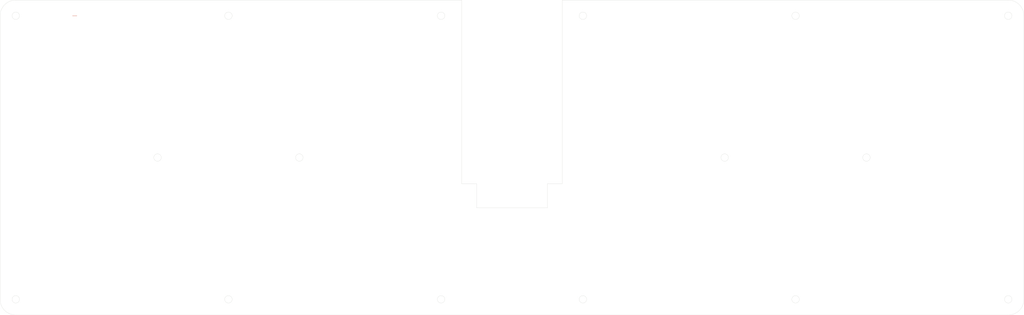
<source format=kicad_pcb>
(kicad_pcb (version 20171130) (host pcbnew "(5.1.6)-1")

  (general
    (thickness 1.6)
    (drawings 36)
    (tracks 0)
    (zones 0)
    (modules 0)
    (nets 1)
  )

  (page A3)
  (layers
    (0 F.Cu signal)
    (31 B.Cu signal)
    (32 B.Adhes user)
    (33 F.Adhes user)
    (34 B.Paste user)
    (35 F.Paste user)
    (36 B.SilkS user)
    (37 F.SilkS user)
    (38 B.Mask user)
    (39 F.Mask user)
    (40 Dwgs.User user)
    (41 Cmts.User user)
    (42 Eco1.User user)
    (43 Eco2.User user hide)
    (44 Edge.Cuts user)
    (45 Margin user)
    (46 B.CrtYd user)
    (47 F.CrtYd user)
    (48 B.Fab user)
    (49 F.Fab user)
  )

  (setup
    (last_trace_width 0.25)
    (trace_clearance 0.2)
    (zone_clearance 0.508)
    (zone_45_only no)
    (trace_min 0.2)
    (via_size 0.8)
    (via_drill 0.4)
    (via_min_size 0.4)
    (via_min_drill 0.3)
    (uvia_size 0.3)
    (uvia_drill 0.1)
    (uvias_allowed no)
    (uvia_min_size 0.2)
    (uvia_min_drill 0.1)
    (edge_width 0.05)
    (segment_width 0.2)
    (pcb_text_width 0.3)
    (pcb_text_size 1.5 1.5)
    (mod_edge_width 0.12)
    (mod_text_size 1 1)
    (mod_text_width 0.15)
    (pad_size 1.7 1.7)
    (pad_drill 1)
    (pad_to_mask_clearance 0.05)
    (aux_axis_origin 82.5 113)
    (grid_origin 82.5 113)
    (visible_elements 7FFFFFFF)
    (pcbplotparams
      (layerselection 0x010fc_ffffffff)
      (usegerberextensions false)
      (usegerberattributes true)
      (usegerberadvancedattributes true)
      (creategerberjobfile true)
      (excludeedgelayer true)
      (linewidth 0.150000)
      (plotframeref false)
      (viasonmask false)
      (mode 1)
      (useauxorigin false)
      (hpglpennumber 1)
      (hpglpenspeed 20)
      (hpglpendiameter 15.000000)
      (psnegative false)
      (psa4output false)
      (plotreference true)
      (plotvalue true)
      (plotinvisibletext false)
      (padsonsilk false)
      (subtractmaskfromsilk false)
      (outputformat 5)
      (mirror false)
      (drillshape 0)
      (scaleselection 1)
      (outputdirectory "az-esportho_2_bottom_ac/"))
  )

  (net 0 "")

  (net_class Default "これはデフォルトのネット クラスです。"
    (clearance 0.2)
    (trace_width 0.25)
    (via_dia 0.8)
    (via_drill 0.4)
    (uvia_dia 0.3)
    (uvia_drill 0.1)
  )

  (net_class PW1 ""
    (clearance 0.2)
    (trace_width 0.8)
    (via_dia 1)
    (via_drill 0.5)
    (uvia_dia 0.3)
    (uvia_drill 0.1)
  )

  (net_class PW2 ""
    (clearance 0.2)
    (trace_width 0.25)
    (via_dia 0.8)
    (via_drill 0.4)
    (uvia_dia 0.3)
    (uvia_drill 0.1)
  )

  (gr_circle (center 339 103.5) (end 340 103.5) (layer Edge.Cuts) (width 0.05) (tstamp 64AF87F6))
  (gr_circle (center 282 103.5) (end 283 103.5) (layer Edge.Cuts) (width 0.05) (tstamp 64AF87F4))
  (gr_circle (center 225 103.5) (end 226 103.5) (layer Edge.Cuts) (width 0.05) (tstamp 64AF87F2))
  (gr_circle (center 263 141.5) (end 264 141.5) (layer Edge.Cuts) (width 0.05) (tstamp 64AF87F0))
  (gr_circle (center 301 141.5) (end 302 141.5) (layer Edge.Cuts) (width 0.05) (tstamp 64AF87EE))
  (gr_circle (center 339 179.5) (end 340 179.5) (layer Edge.Cuts) (width 0.05) (tstamp 64AF87EC))
  (gr_circle (center 282 179.5) (end 283 179.5) (layer Edge.Cuts) (width 0.05) (tstamp 64AF87EA))
  (gr_circle (center 225 179.5) (end 226 179.5) (layer Edge.Cuts) (width 0.05) (tstamp 64AF87E8))
  (gr_circle (center 187 179.5) (end 188 179.5) (layer Edge.Cuts) (width 0.05) (tstamp 64AF87E6))
  (gr_circle (center 130 179.5) (end 131 179.5) (layer Edge.Cuts) (width 0.05) (tstamp 64AF87E4))
  (gr_circle (center 73 179.5) (end 74 179.5) (layer Edge.Cuts) (width 0.05) (tstamp 64AF87E2))
  (gr_circle (center 111 141.5) (end 112 141.5) (layer Edge.Cuts) (width 0.05) (tstamp 64AF87E0))
  (gr_circle (center 149 141.5) (end 150 141.5) (layer Edge.Cuts) (width 0.05) (tstamp 64AF87DE))
  (gr_circle (center 187 103.5) (end 188 103.5) (layer Edge.Cuts) (width 0.05) (tstamp 64AF87DC))
  (gr_circle (center 130 103.5) (end 131 103.5) (layer Edge.Cuts) (width 0.05) (tstamp 64AF87DA))
  (gr_circle (center 73 103.5) (end 74 103.5) (layer Edge.Cuts) (width 0.05))
  (gr_line (start 73 99.3) (end 192.5 99.3) (layer Edge.Cuts) (width 0.05) (tstamp 64AF8705))
  (gr_line (start 219.5 99.3) (end 339 99.3) (layer Edge.Cuts) (width 0.05) (tstamp 64AF86F5))
  (gr_line (start 219.5 148.5) (end 219.5 99.3) (layer Edge.Cuts) (width 0.05))
  (gr_line (start 215.5 148.5) (end 219.5 148.5) (layer Edge.Cuts) (width 0.05))
  (gr_line (start 215.5 155) (end 215.5 148.5) (layer Edge.Cuts) (width 0.05))
  (gr_line (start 196.5 155) (end 215.5 155) (layer Edge.Cuts) (width 0.05))
  (gr_line (start 196.5 148.5) (end 196.5 155) (layer Edge.Cuts) (width 0.05))
  (gr_line (start 192.5 148.5) (end 196.5 148.5) (layer Edge.Cuts) (width 0.05))
  (gr_line (start 192.5 99.3) (end 192.5 148.5) (layer Edge.Cuts) (width 0.05))
  (gr_arc (start 339 103.5) (end 343.2 103.5) (angle -90) (layer Edge.Cuts) (width 0.05) (tstamp 64AF8678))
  (gr_arc (start 339 179.5) (end 339 183.7) (angle -90) (layer Edge.Cuts) (width 0.05) (tstamp 64AF8667))
  (gr_arc (start 73 179.5) (end 73 183.7) (angle 90) (layer Edge.Cuts) (width 0.05) (tstamp 64AF865D))
  (gr_arc (start 73 103.5) (end 73 99.3) (angle -90) (layer Edge.Cuts) (width 0.05))
  (gr_line (start 215.5 155) (end 196.5 155) (layer F.Fab) (width 0.15))
  (gr_line (start 215.5 148.5) (end 215.5 154.5) (layer F.Fab) (width 0.15) (tstamp 64AF85AC))
  (gr_line (start 196.5 148.5) (end 196.5 154.5) (layer F.Fab) (width 0.15))
  (gr_text - (at 88.8 103.4) (layer B.SilkS) (tstamp 64A6A5E3)
    (effects (font (size 1.5 1.5) (thickness 0.15)) (justify mirror))
  )
  (gr_line (start 343.2 179.5) (end 343.2 103.5) (layer Edge.Cuts) (width 0.05))
  (gr_line (start 73 183.7) (end 339 183.7) (layer Edge.Cuts) (width 0.05))
  (gr_line (start 68.8 103.5) (end 68.8 179.5) (layer Edge.Cuts) (width 0.05))

)

</source>
